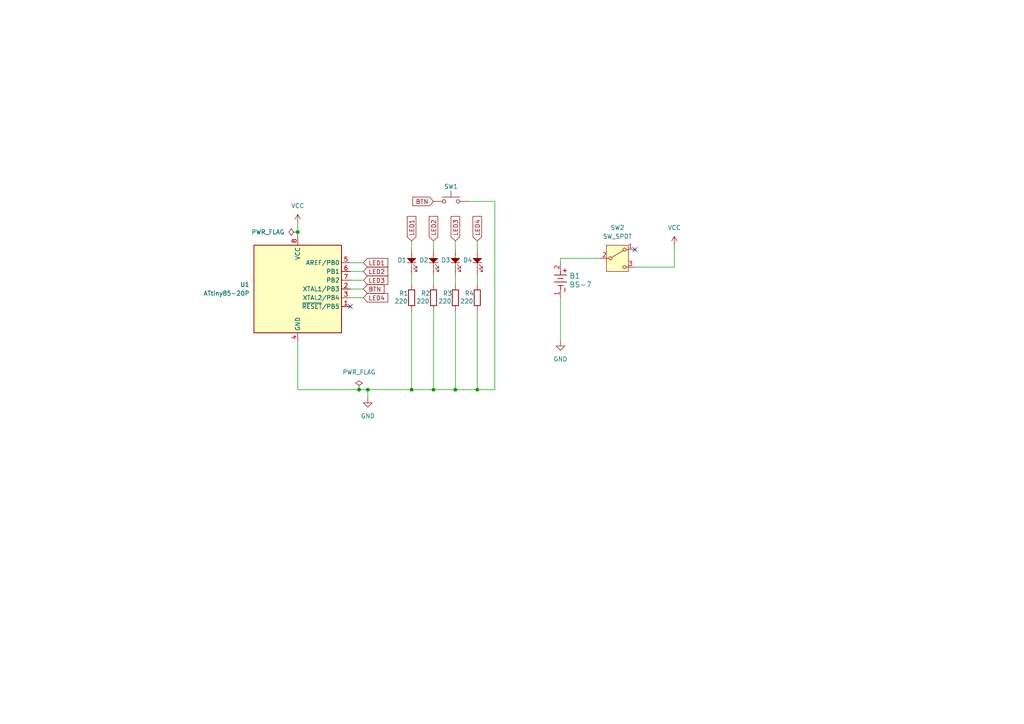
<source format=kicad_sch>
(kicad_sch
	(version 20250114)
	(generator "eeschema")
	(generator_version "9.0")
	(uuid "8dc6b86d-fb8f-4195-b734-524f850378de")
	(paper "A4")
	(title_block
		(title "Binary Dice v1")
		(date "2026-01-19")
		(rev "1.0.0")
		(company "Aiden FLynn")
	)
	(lib_symbols
		(symbol "MCU_Microchip_ATtiny:ATtiny85-20P"
			(exclude_from_sim no)
			(in_bom yes)
			(on_board yes)
			(property "Reference" "U"
				(at -12.7 13.97 0)
				(effects
					(font
						(size 1.27 1.27)
					)
					(justify left bottom)
				)
			)
			(property "Value" "ATtiny85-20P"
				(at 2.54 -13.97 0)
				(effects
					(font
						(size 1.27 1.27)
					)
					(justify left top)
				)
			)
			(property "Footprint" "Package_DIP:DIP-8_W7.62mm"
				(at 0 0 0)
				(effects
					(font
						(size 1.27 1.27)
						(italic yes)
					)
					(hide yes)
				)
			)
			(property "Datasheet" "http://ww1.microchip.com/downloads/en/DeviceDoc/atmel-2586-avr-8-bit-microcontroller-attiny25-attiny45-attiny85_datasheet.pdf"
				(at 0 0 0)
				(effects
					(font
						(size 1.27 1.27)
					)
					(hide yes)
				)
			)
			(property "Description" "20MHz, 8kB Flash, 512B SRAM, 512B EEPROM, debugWIRE, DIP-8"
				(at 0 0 0)
				(effects
					(font
						(size 1.27 1.27)
					)
					(hide yes)
				)
			)
			(property "ki_keywords" "AVR 8bit Microcontroller tinyAVR"
				(at 0 0 0)
				(effects
					(font
						(size 1.27 1.27)
					)
					(hide yes)
				)
			)
			(property "ki_fp_filters" "DIP*W7.62mm*"
				(at 0 0 0)
				(effects
					(font
						(size 1.27 1.27)
					)
					(hide yes)
				)
			)
			(symbol "ATtiny85-20P_0_1"
				(rectangle
					(start -12.7 -12.7)
					(end 12.7 12.7)
					(stroke
						(width 0.254)
						(type default)
					)
					(fill
						(type background)
					)
				)
			)
			(symbol "ATtiny85-20P_1_1"
				(pin power_in line
					(at 0 15.24 270)
					(length 2.54)
					(name "VCC"
						(effects
							(font
								(size 1.27 1.27)
							)
						)
					)
					(number "8"
						(effects
							(font
								(size 1.27 1.27)
							)
						)
					)
				)
				(pin power_in line
					(at 0 -15.24 90)
					(length 2.54)
					(name "GND"
						(effects
							(font
								(size 1.27 1.27)
							)
						)
					)
					(number "4"
						(effects
							(font
								(size 1.27 1.27)
							)
						)
					)
				)
				(pin bidirectional line
					(at 15.24 7.62 180)
					(length 2.54)
					(name "AREF/PB0"
						(effects
							(font
								(size 1.27 1.27)
							)
						)
					)
					(number "5"
						(effects
							(font
								(size 1.27 1.27)
							)
						)
					)
				)
				(pin bidirectional line
					(at 15.24 5.08 180)
					(length 2.54)
					(name "PB1"
						(effects
							(font
								(size 1.27 1.27)
							)
						)
					)
					(number "6"
						(effects
							(font
								(size 1.27 1.27)
							)
						)
					)
				)
				(pin bidirectional line
					(at 15.24 2.54 180)
					(length 2.54)
					(name "PB2"
						(effects
							(font
								(size 1.27 1.27)
							)
						)
					)
					(number "7"
						(effects
							(font
								(size 1.27 1.27)
							)
						)
					)
				)
				(pin bidirectional line
					(at 15.24 0 180)
					(length 2.54)
					(name "XTAL1/PB3"
						(effects
							(font
								(size 1.27 1.27)
							)
						)
					)
					(number "2"
						(effects
							(font
								(size 1.27 1.27)
							)
						)
					)
				)
				(pin bidirectional line
					(at 15.24 -2.54 180)
					(length 2.54)
					(name "XTAL2/PB4"
						(effects
							(font
								(size 1.27 1.27)
							)
						)
					)
					(number "3"
						(effects
							(font
								(size 1.27 1.27)
							)
						)
					)
				)
				(pin bidirectional line
					(at 15.24 -5.08 180)
					(length 2.54)
					(name "~{RESET}/PB5"
						(effects
							(font
								(size 1.27 1.27)
							)
						)
					)
					(number "1"
						(effects
							(font
								(size 1.27 1.27)
							)
						)
					)
				)
			)
			(embedded_fonts no)
		)
		(symbol "New_Library:BS-7"
			(pin_names
				(offset 0.254)
			)
			(exclude_from_sim no)
			(in_bom yes)
			(on_board yes)
			(property "Reference" "B"
				(at 4.826 3.81 0)
				(effects
					(font
						(size 1.524 1.524)
					)
				)
			)
			(property "Value" "BS-7"
				(at 4.826 -3.81 0)
				(effects
					(font
						(size 1.524 1.524)
					)
				)
			)
			(property "Footprint" "BS-7_MPD"
				(at 0 0 0)
				(effects
					(font
						(size 1.27 1.27)
						(italic yes)
					)
					(hide yes)
				)
			)
			(property "Datasheet" "BS-7"
				(at 0 0 0)
				(effects
					(font
						(size 1.27 1.27)
						(italic yes)
					)
					(hide yes)
				)
			)
			(property "Description" ""
				(at 0 0 0)
				(effects
					(font
						(size 1.27 1.27)
					)
					(hide yes)
				)
			)
			(property "ki_locked" ""
				(at 0 0 0)
				(effects
					(font
						(size 1.27 1.27)
					)
				)
			)
			(property "ki_keywords" "BS-7"
				(at 0 0 0)
				(effects
					(font
						(size 1.27 1.27)
					)
					(hide yes)
				)
			)
			(property "ki_fp_filters" "BS-7_MPD"
				(at 0 0 0)
				(effects
					(font
						(size 1.27 1.27)
					)
					(hide yes)
				)
			)
			(symbol "BS-7_0_1"
				(polyline
					(pts
						(xy 1.778 1.27) (xy 2.794 1.27)
					)
					(stroke
						(width 0.2032)
						(type default)
					)
					(fill
						(type none)
					)
				)
				(polyline
					(pts
						(xy 2.286 0.762) (xy 2.286 1.778)
					)
					(stroke
						(width 0.2032)
						(type default)
					)
					(fill
						(type none)
					)
				)
				(polyline
					(pts
						(xy 2.54 0) (xy 3.4798 0)
					)
					(stroke
						(width 0.2032)
						(type default)
					)
					(fill
						(type none)
					)
				)
				(polyline
					(pts
						(xy 3.556 -1.778) (xy 3.556 1.778)
					)
					(stroke
						(width 0.2032)
						(type default)
					)
					(fill
						(type none)
					)
				)
				(polyline
					(pts
						(xy 4.572 0.762) (xy 4.572 -0.762)
					)
					(stroke
						(width 0.2032)
						(type default)
					)
					(fill
						(type none)
					)
				)
				(polyline
					(pts
						(xy 5.588 -1.778) (xy 5.588 1.778)
					)
					(stroke
						(width 0.2032)
						(type default)
					)
					(fill
						(type none)
					)
				)
				(polyline
					(pts
						(xy 6.604 0.762) (xy 6.604 -0.762)
					)
					(stroke
						(width 0.2032)
						(type default)
					)
					(fill
						(type none)
					)
				)
				(polyline
					(pts
						(xy 6.604 0) (xy 7.62 0)
					)
					(stroke
						(width 0.2032)
						(type default)
					)
					(fill
						(type none)
					)
				)
				(polyline
					(pts
						(xy 7.366 1.27) (xy 8.382 1.27)
					)
					(stroke
						(width 0.2032)
						(type default)
					)
					(fill
						(type none)
					)
				)
				(pin unspecified line
					(at 0 0 0)
					(length 2.54)
					(name ""
						(effects
							(font
								(size 1.27 1.27)
							)
						)
					)
					(number "2"
						(effects
							(font
								(size 1.27 1.27)
							)
						)
					)
				)
				(pin unspecified line
					(at 10.16 0 180)
					(length 2.54)
					(name ""
						(effects
							(font
								(size 1.27 1.27)
							)
						)
					)
					(number "1"
						(effects
							(font
								(size 1.27 1.27)
							)
						)
					)
				)
			)
			(embedded_fonts no)
		)
		(symbol "PCM_SL_Devices:LED_5mm"
			(exclude_from_sim no)
			(in_bom yes)
			(on_board yes)
			(property "Reference" "D"
				(at -0.508 5.334 0)
				(effects
					(font
						(size 1.27 1.27)
					)
				)
			)
			(property "Value" "LED_5mm"
				(at -0.508 2.794 0)
				(effects
					(font
						(size 1.27 1.27)
					)
				)
			)
			(property "Footprint" "LED_THT:LED_D5.0mm"
				(at -1.016 -2.794 0)
				(effects
					(font
						(size 1.27 1.27)
					)
					(hide yes)
				)
			)
			(property "Datasheet" ""
				(at -1.27 0 0)
				(effects
					(font
						(size 1.27 1.27)
					)
					(hide yes)
				)
			)
			(property "Description" "Common 5mm diameter LED"
				(at 0 0 0)
				(effects
					(font
						(size 1.27 1.27)
					)
					(hide yes)
				)
			)
			(property "ki_fp_filters" "LED_D5.0mm_Clear LED_D5.0mm_Horizontal_O1.27mm_Z3.0mm LED_D5.0mm_Horizontal_O3.81mm_Z3.0mm LED_D5.0mm_Horizontal_O6.35mm_Z3.0mm"
				(at 0 0 0)
				(effects
					(font
						(size 1.27 1.27)
					)
					(hide yes)
				)
			)
			(symbol "LED_5mm_0_1"
				(polyline
					(pts
						(xy -1.27 0) (xy -2.54 0)
					)
					(stroke
						(width 0)
						(type default)
					)
					(fill
						(type none)
					)
				)
				(polyline
					(pts
						(xy 0 1.27) (xy 0 -1.27)
					)
					(stroke
						(width 0)
						(type default)
					)
					(fill
						(type none)
					)
				)
				(polyline
					(pts
						(xy 0 0) (xy -1.27 -1.27) (xy -1.27 1.27) (xy 0 0) (xy 1.27 0)
					)
					(stroke
						(width 0)
						(type default)
					)
					(fill
						(type outline)
					)
				)
				(polyline
					(pts
						(xy 0.508 0.508) (xy 1.524 1.524)
					)
					(stroke
						(width 0)
						(type default)
					)
					(fill
						(type none)
					)
				)
				(polyline
					(pts
						(xy 1.27 0) (xy 2.54 0)
					)
					(stroke
						(width 0)
						(type default)
					)
					(fill
						(type none)
					)
				)
				(polyline
					(pts
						(xy 1.524 1.524) (xy 0.889 1.524)
					)
					(stroke
						(width 0)
						(type default)
					)
					(fill
						(type none)
					)
				)
				(polyline
					(pts
						(xy 1.524 1.524) (xy 1.524 0.889)
					)
					(stroke
						(width 0)
						(type default)
					)
					(fill
						(type none)
					)
				)
				(polyline
					(pts
						(xy 1.524 0.508) (xy 2.54 1.524)
					)
					(stroke
						(width 0)
						(type default)
					)
					(fill
						(type none)
					)
				)
				(polyline
					(pts
						(xy 2.54 1.524) (xy 1.905 1.524)
					)
					(stroke
						(width 0)
						(type default)
					)
					(fill
						(type none)
					)
				)
				(polyline
					(pts
						(xy 2.54 1.524) (xy 2.54 0.889)
					)
					(stroke
						(width 0)
						(type default)
					)
					(fill
						(type none)
					)
				)
			)
			(symbol "LED_5mm_1_1"
				(pin passive line
					(at -3.81 0 0)
					(length 1.5)
					(name ""
						(effects
							(font
								(size 1.27 1.27)
							)
						)
					)
					(number "2"
						(effects
							(font
								(size 0 0)
							)
						)
					)
				)
				(pin passive line
					(at 3.81 0 180)
					(length 1.5)
					(name "~"
						(effects
							(font
								(size 1.27 1.27)
							)
						)
					)
					(number "1"
						(effects
							(font
								(size 0 0)
							)
						)
					)
				)
			)
			(embedded_fonts no)
		)
		(symbol "PCM_SL_Resistors:Resistor"
			(exclude_from_sim no)
			(in_bom yes)
			(on_board yes)
			(property "Reference" "R"
				(at 0 5.08 0)
				(effects
					(font
						(size 1.27 1.27)
					)
				)
			)
			(property "Value" "Resistor"
				(at 0 2.54 0)
				(effects
					(font
						(size 1.27 1.27)
					)
				)
			)
			(property "Footprint" "Resistor_THT:R_Axial_DIN0207_L6.3mm_D2.5mm_P10.16mm_Horizontal"
				(at 0.889 -4.318 0)
				(effects
					(font
						(size 1.27 1.27)
					)
					(hide yes)
				)
			)
			(property "Datasheet" ""
				(at 0.508 0 0)
				(effects
					(font
						(size 1.27 1.27)
					)
					(hide yes)
				)
			)
			(property "Description" "1/4W Resistor"
				(at 0 0 0)
				(effects
					(font
						(size 1.27 1.27)
					)
					(hide yes)
				)
			)
			(property "ki_keywords" "Resistor"
				(at 0 0 0)
				(effects
					(font
						(size 1.27 1.27)
					)
					(hide yes)
				)
			)
			(property "ki_fp_filters" "Resistor_THT:R_Axial_DIN0207_L6.3mm_D2.5mm*"
				(at 0 0 0)
				(effects
					(font
						(size 1.27 1.27)
					)
					(hide yes)
				)
			)
			(symbol "Resistor_0_1"
				(rectangle
					(start -2.286 0.889)
					(end 2.286 -0.889)
					(stroke
						(width 0.24)
						(type default)
					)
					(fill
						(type none)
					)
				)
			)
			(symbol "Resistor_1_1"
				(pin passive line
					(at -3.81 0 0)
					(length 1.5)
					(name ""
						(effects
							(font
								(size 1.27 1.27)
							)
						)
					)
					(number "1"
						(effects
							(font
								(size 0 0)
							)
						)
					)
				)
				(pin passive line
					(at 3.81 0 180)
					(length 1.5)
					(name "~"
						(effects
							(font
								(size 1.27 1.27)
							)
						)
					)
					(number "2"
						(effects
							(font
								(size 0 0)
							)
						)
					)
				)
			)
			(embedded_fonts no)
		)
		(symbol "Switch:SW_Push"
			(pin_numbers
				(hide yes)
			)
			(pin_names
				(offset 1.016)
				(hide yes)
			)
			(exclude_from_sim no)
			(in_bom yes)
			(on_board yes)
			(property "Reference" "SW"
				(at 1.27 2.54 0)
				(effects
					(font
						(size 1.27 1.27)
					)
					(justify left)
				)
			)
			(property "Value" "SW_Push"
				(at 0 -1.524 0)
				(effects
					(font
						(size 1.27 1.27)
					)
				)
			)
			(property "Footprint" ""
				(at 0 5.08 0)
				(effects
					(font
						(size 1.27 1.27)
					)
					(hide yes)
				)
			)
			(property "Datasheet" "~"
				(at 0 5.08 0)
				(effects
					(font
						(size 1.27 1.27)
					)
					(hide yes)
				)
			)
			(property "Description" "Push button switch, generic, two pins"
				(at 0 0 0)
				(effects
					(font
						(size 1.27 1.27)
					)
					(hide yes)
				)
			)
			(property "ki_keywords" "switch normally-open pushbutton push-button"
				(at 0 0 0)
				(effects
					(font
						(size 1.27 1.27)
					)
					(hide yes)
				)
			)
			(symbol "SW_Push_0_1"
				(circle
					(center -2.032 0)
					(radius 0.508)
					(stroke
						(width 0)
						(type default)
					)
					(fill
						(type none)
					)
				)
				(polyline
					(pts
						(xy 0 1.27) (xy 0 3.048)
					)
					(stroke
						(width 0)
						(type default)
					)
					(fill
						(type none)
					)
				)
				(circle
					(center 2.032 0)
					(radius 0.508)
					(stroke
						(width 0)
						(type default)
					)
					(fill
						(type none)
					)
				)
				(polyline
					(pts
						(xy 2.54 1.27) (xy -2.54 1.27)
					)
					(stroke
						(width 0)
						(type default)
					)
					(fill
						(type none)
					)
				)
				(pin passive line
					(at -5.08 0 0)
					(length 2.54)
					(name "1"
						(effects
							(font
								(size 1.27 1.27)
							)
						)
					)
					(number "1"
						(effects
							(font
								(size 1.27 1.27)
							)
						)
					)
				)
				(pin passive line
					(at 5.08 0 180)
					(length 2.54)
					(name "2"
						(effects
							(font
								(size 1.27 1.27)
							)
						)
					)
					(number "2"
						(effects
							(font
								(size 1.27 1.27)
							)
						)
					)
				)
			)
			(embedded_fonts no)
		)
		(symbol "Switch:SW_SPDT"
			(pin_names
				(offset 0)
				(hide yes)
			)
			(exclude_from_sim no)
			(in_bom yes)
			(on_board yes)
			(property "Reference" "SW"
				(at 0 5.08 0)
				(effects
					(font
						(size 1.27 1.27)
					)
				)
			)
			(property "Value" "SW_SPDT"
				(at 0 -5.08 0)
				(effects
					(font
						(size 1.27 1.27)
					)
				)
			)
			(property "Footprint" ""
				(at 0 0 0)
				(effects
					(font
						(size 1.27 1.27)
					)
					(hide yes)
				)
			)
			(property "Datasheet" "~"
				(at 0 -7.62 0)
				(effects
					(font
						(size 1.27 1.27)
					)
					(hide yes)
				)
			)
			(property "Description" "Switch, single pole double throw"
				(at 0 0 0)
				(effects
					(font
						(size 1.27 1.27)
					)
					(hide yes)
				)
			)
			(property "ki_keywords" "switch single-pole double-throw spdt ON-ON"
				(at 0 0 0)
				(effects
					(font
						(size 1.27 1.27)
					)
					(hide yes)
				)
			)
			(symbol "SW_SPDT_0_1"
				(circle
					(center -2.032 0)
					(radius 0.4572)
					(stroke
						(width 0)
						(type default)
					)
					(fill
						(type none)
					)
				)
				(polyline
					(pts
						(xy -1.651 0.254) (xy 1.651 2.286)
					)
					(stroke
						(width 0)
						(type default)
					)
					(fill
						(type none)
					)
				)
				(circle
					(center 2.032 2.54)
					(radius 0.4572)
					(stroke
						(width 0)
						(type default)
					)
					(fill
						(type none)
					)
				)
				(circle
					(center 2.032 -2.54)
					(radius 0.4572)
					(stroke
						(width 0)
						(type default)
					)
					(fill
						(type none)
					)
				)
			)
			(symbol "SW_SPDT_1_1"
				(rectangle
					(start -3.175 3.81)
					(end 3.175 -3.81)
					(stroke
						(width 0)
						(type default)
					)
					(fill
						(type background)
					)
				)
				(pin passive line
					(at -5.08 0 0)
					(length 2.54)
					(name "B"
						(effects
							(font
								(size 1.27 1.27)
							)
						)
					)
					(number "2"
						(effects
							(font
								(size 1.27 1.27)
							)
						)
					)
				)
				(pin passive line
					(at 5.08 2.54 180)
					(length 2.54)
					(name "A"
						(effects
							(font
								(size 1.27 1.27)
							)
						)
					)
					(number "1"
						(effects
							(font
								(size 1.27 1.27)
							)
						)
					)
				)
				(pin passive line
					(at 5.08 -2.54 180)
					(length 2.54)
					(name "C"
						(effects
							(font
								(size 1.27 1.27)
							)
						)
					)
					(number "3"
						(effects
							(font
								(size 1.27 1.27)
							)
						)
					)
				)
			)
			(embedded_fonts no)
		)
		(symbol "power:GND"
			(power)
			(pin_numbers
				(hide yes)
			)
			(pin_names
				(offset 0)
				(hide yes)
			)
			(exclude_from_sim no)
			(in_bom yes)
			(on_board yes)
			(property "Reference" "#PWR"
				(at 0 -6.35 0)
				(effects
					(font
						(size 1.27 1.27)
					)
					(hide yes)
				)
			)
			(property "Value" "GND"
				(at 0 -3.81 0)
				(effects
					(font
						(size 1.27 1.27)
					)
				)
			)
			(property "Footprint" ""
				(at 0 0 0)
				(effects
					(font
						(size 1.27 1.27)
					)
					(hide yes)
				)
			)
			(property "Datasheet" ""
				(at 0 0 0)
				(effects
					(font
						(size 1.27 1.27)
					)
					(hide yes)
				)
			)
			(property "Description" "Power symbol creates a global label with name \"GND\" , ground"
				(at 0 0 0)
				(effects
					(font
						(size 1.27 1.27)
					)
					(hide yes)
				)
			)
			(property "ki_keywords" "global power"
				(at 0 0 0)
				(effects
					(font
						(size 1.27 1.27)
					)
					(hide yes)
				)
			)
			(symbol "GND_0_1"
				(polyline
					(pts
						(xy 0 0) (xy 0 -1.27) (xy 1.27 -1.27) (xy 0 -2.54) (xy -1.27 -1.27) (xy 0 -1.27)
					)
					(stroke
						(width 0)
						(type default)
					)
					(fill
						(type none)
					)
				)
			)
			(symbol "GND_1_1"
				(pin power_in line
					(at 0 0 270)
					(length 0)
					(name "~"
						(effects
							(font
								(size 1.27 1.27)
							)
						)
					)
					(number "1"
						(effects
							(font
								(size 1.27 1.27)
							)
						)
					)
				)
			)
			(embedded_fonts no)
		)
		(symbol "power:PWR_FLAG"
			(power)
			(pin_numbers
				(hide yes)
			)
			(pin_names
				(offset 0)
				(hide yes)
			)
			(exclude_from_sim no)
			(in_bom yes)
			(on_board yes)
			(property "Reference" "#FLG"
				(at 0 1.905 0)
				(effects
					(font
						(size 1.27 1.27)
					)
					(hide yes)
				)
			)
			(property "Value" "PWR_FLAG"
				(at 0 3.81 0)
				(effects
					(font
						(size 1.27 1.27)
					)
				)
			)
			(property "Footprint" ""
				(at 0 0 0)
				(effects
					(font
						(size 1.27 1.27)
					)
					(hide yes)
				)
			)
			(property "Datasheet" "~"
				(at 0 0 0)
				(effects
					(font
						(size 1.27 1.27)
					)
					(hide yes)
				)
			)
			(property "Description" "Special symbol for telling ERC where power comes from"
				(at 0 0 0)
				(effects
					(font
						(size 1.27 1.27)
					)
					(hide yes)
				)
			)
			(property "ki_keywords" "flag power"
				(at 0 0 0)
				(effects
					(font
						(size 1.27 1.27)
					)
					(hide yes)
				)
			)
			(symbol "PWR_FLAG_0_0"
				(pin power_out line
					(at 0 0 90)
					(length 0)
					(name "~"
						(effects
							(font
								(size 1.27 1.27)
							)
						)
					)
					(number "1"
						(effects
							(font
								(size 1.27 1.27)
							)
						)
					)
				)
			)
			(symbol "PWR_FLAG_0_1"
				(polyline
					(pts
						(xy 0 0) (xy 0 1.27) (xy -1.016 1.905) (xy 0 2.54) (xy 1.016 1.905) (xy 0 1.27)
					)
					(stroke
						(width 0)
						(type default)
					)
					(fill
						(type none)
					)
				)
			)
			(embedded_fonts no)
		)
		(symbol "power:VCC"
			(power)
			(pin_numbers
				(hide yes)
			)
			(pin_names
				(offset 0)
				(hide yes)
			)
			(exclude_from_sim no)
			(in_bom yes)
			(on_board yes)
			(property "Reference" "#PWR"
				(at 0 -3.81 0)
				(effects
					(font
						(size 1.27 1.27)
					)
					(hide yes)
				)
			)
			(property "Value" "VCC"
				(at 0 3.556 0)
				(effects
					(font
						(size 1.27 1.27)
					)
				)
			)
			(property "Footprint" ""
				(at 0 0 0)
				(effects
					(font
						(size 1.27 1.27)
					)
					(hide yes)
				)
			)
			(property "Datasheet" ""
				(at 0 0 0)
				(effects
					(font
						(size 1.27 1.27)
					)
					(hide yes)
				)
			)
			(property "Description" "Power symbol creates a global label with name \"VCC\""
				(at 0 0 0)
				(effects
					(font
						(size 1.27 1.27)
					)
					(hide yes)
				)
			)
			(property "ki_keywords" "global power"
				(at 0 0 0)
				(effects
					(font
						(size 1.27 1.27)
					)
					(hide yes)
				)
			)
			(symbol "VCC_0_1"
				(polyline
					(pts
						(xy -0.762 1.27) (xy 0 2.54)
					)
					(stroke
						(width 0)
						(type default)
					)
					(fill
						(type none)
					)
				)
				(polyline
					(pts
						(xy 0 2.54) (xy 0.762 1.27)
					)
					(stroke
						(width 0)
						(type default)
					)
					(fill
						(type none)
					)
				)
				(polyline
					(pts
						(xy 0 0) (xy 0 2.54)
					)
					(stroke
						(width 0)
						(type default)
					)
					(fill
						(type none)
					)
				)
			)
			(symbol "VCC_1_1"
				(pin power_in line
					(at 0 0 90)
					(length 0)
					(name "~"
						(effects
							(font
								(size 1.27 1.27)
							)
						)
					)
					(number "1"
						(effects
							(font
								(size 1.27 1.27)
							)
						)
					)
				)
			)
			(embedded_fonts no)
		)
	)
	(junction
		(at 132.08 113.03)
		(diameter 0)
		(color 0 0 0 0)
		(uuid "1ed21392-a740-4f00-9c05-931de26ef434")
	)
	(junction
		(at 125.73 113.03)
		(diameter 0)
		(color 0 0 0 0)
		(uuid "20c47e4a-e38b-491b-9fe2-436b75d6aed4")
	)
	(junction
		(at 104.14 113.03)
		(diameter 0)
		(color 0 0 0 0)
		(uuid "249223eb-4b4f-41eb-b926-9d2e2e6f63a3")
	)
	(junction
		(at 119.38 113.03)
		(diameter 0)
		(color 0 0 0 0)
		(uuid "297b07cb-9809-4956-a286-580f72330d45")
	)
	(junction
		(at 106.68 113.03)
		(diameter 0)
		(color 0 0 0 0)
		(uuid "3cba0400-2411-43b3-b421-57d88437e53e")
	)
	(junction
		(at 138.43 113.03)
		(diameter 0)
		(color 0 0 0 0)
		(uuid "dd26b4c5-597e-4b6e-8252-5ed6c3352243")
	)
	(junction
		(at 86.36 67.31)
		(diameter 0)
		(color 0 0 0 0)
		(uuid "ef208a34-e293-4ae5-a2fa-f9a070d7069f")
	)
	(no_connect
		(at 184.15 72.39)
		(uuid "2e862c93-783f-42ae-8332-40fc73129eae")
	)
	(no_connect
		(at 101.6 88.9)
		(uuid "870b48ec-e6a1-47a6-9a07-f7bace7253d2")
	)
	(wire
		(pts
			(xy 138.43 80.01) (xy 138.43 82.55)
		)
		(stroke
			(width 0)
			(type default)
		)
		(uuid "0a9d2c91-fd05-4486-9079-3ab8fa1c9cab")
	)
	(wire
		(pts
			(xy 101.6 81.28) (xy 105.41 81.28)
		)
		(stroke
			(width 0)
			(type default)
		)
		(uuid "0fb6a71a-4e8a-4901-9b88-d1082a3294da")
	)
	(wire
		(pts
			(xy 119.38 69.85) (xy 119.38 72.39)
		)
		(stroke
			(width 0)
			(type default)
		)
		(uuid "1bf538f8-d71c-40f3-8a2c-3a1e723211be")
	)
	(wire
		(pts
			(xy 125.73 69.85) (xy 125.73 72.39)
		)
		(stroke
			(width 0)
			(type default)
		)
		(uuid "1e43af27-af90-4e75-906c-d54c28c9502e")
	)
	(wire
		(pts
			(xy 101.6 83.82) (xy 105.41 83.82)
		)
		(stroke
			(width 0)
			(type default)
		)
		(uuid "21511a61-deac-4ce8-9664-482ab864bab3")
	)
	(wire
		(pts
			(xy 132.08 113.03) (xy 138.43 113.03)
		)
		(stroke
			(width 0)
			(type default)
		)
		(uuid "24a9a14f-fa9a-4518-8dc7-f68038f8b18a")
	)
	(wire
		(pts
			(xy 138.43 90.17) (xy 138.43 113.03)
		)
		(stroke
			(width 0)
			(type default)
		)
		(uuid "2f39d10f-8c29-4ce1-a479-1e7b2962edff")
	)
	(wire
		(pts
			(xy 143.51 58.42) (xy 143.51 113.03)
		)
		(stroke
			(width 0)
			(type default)
		)
		(uuid "31940318-e9c5-4872-b1e4-b284d8b74227")
	)
	(wire
		(pts
			(xy 86.36 64.77) (xy 86.36 67.31)
		)
		(stroke
			(width 0)
			(type default)
		)
		(uuid "389e2bf7-8648-429b-bbce-b5199729d5b6")
	)
	(wire
		(pts
			(xy 184.15 77.47) (xy 195.58 77.47)
		)
		(stroke
			(width 0)
			(type default)
		)
		(uuid "3b43114f-5c65-4861-a10b-dc4c82147b9c")
	)
	(wire
		(pts
			(xy 101.6 76.2) (xy 105.41 76.2)
		)
		(stroke
			(width 0)
			(type default)
		)
		(uuid "3c8f12c4-ddf8-461b-873f-5edf7633d5a7")
	)
	(wire
		(pts
			(xy 86.36 99.06) (xy 86.36 113.03)
		)
		(stroke
			(width 0)
			(type default)
		)
		(uuid "43637f7a-d7c6-4edb-a19a-6abf8a702245")
	)
	(wire
		(pts
			(xy 162.56 74.93) (xy 173.99 74.93)
		)
		(stroke
			(width 0)
			(type default)
		)
		(uuid "4676b2ef-81b9-49f3-a235-c3becac1bceb")
	)
	(wire
		(pts
			(xy 135.89 58.42) (xy 143.51 58.42)
		)
		(stroke
			(width 0)
			(type default)
		)
		(uuid "47402ebc-00b3-4c95-a3f7-7b7ba9cdd7b7")
	)
	(wire
		(pts
			(xy 125.73 113.03) (xy 132.08 113.03)
		)
		(stroke
			(width 0)
			(type default)
		)
		(uuid "4c5901a0-2632-4fdf-9c63-3c3050ddf316")
	)
	(wire
		(pts
			(xy 138.43 69.85) (xy 138.43 72.39)
		)
		(stroke
			(width 0)
			(type default)
		)
		(uuid "55f6e175-0ab5-40be-9a22-56beb10db853")
	)
	(wire
		(pts
			(xy 119.38 80.01) (xy 119.38 82.55)
		)
		(stroke
			(width 0)
			(type default)
		)
		(uuid "69914d26-31e7-45ee-bdd0-e9b48b77005b")
	)
	(wire
		(pts
			(xy 101.6 78.74) (xy 105.41 78.74)
		)
		(stroke
			(width 0)
			(type default)
		)
		(uuid "6afb69fa-de8f-44b5-8964-6f8e6b8d849a")
	)
	(wire
		(pts
			(xy 195.58 71.12) (xy 195.58 77.47)
		)
		(stroke
			(width 0)
			(type default)
		)
		(uuid "6b0f4ff5-61a2-4461-9336-0a70dd6fd450")
	)
	(wire
		(pts
			(xy 86.36 113.03) (xy 104.14 113.03)
		)
		(stroke
			(width 0)
			(type default)
		)
		(uuid "6f71f6dc-203e-44d4-a583-715c3d178edb")
	)
	(wire
		(pts
			(xy 125.73 80.01) (xy 125.73 82.55)
		)
		(stroke
			(width 0)
			(type default)
		)
		(uuid "7061e45d-37ce-4057-a451-94e691303d21")
	)
	(wire
		(pts
			(xy 106.68 115.57) (xy 106.68 113.03)
		)
		(stroke
			(width 0)
			(type default)
		)
		(uuid "72c19424-cdf1-4721-a534-c03a855209da")
	)
	(wire
		(pts
			(xy 162.56 86.36) (xy 162.56 99.06)
		)
		(stroke
			(width 0)
			(type default)
		)
		(uuid "82474828-bb5e-4a74-a56d-4a533b615761")
	)
	(wire
		(pts
			(xy 104.14 113.03) (xy 106.68 113.03)
		)
		(stroke
			(width 0)
			(type default)
		)
		(uuid "824948b1-91c7-4957-b6fa-5080d4c82eb4")
	)
	(wire
		(pts
			(xy 162.56 76.2) (xy 162.56 74.93)
		)
		(stroke
			(width 0)
			(type default)
		)
		(uuid "94836ccf-3b67-461d-a548-6d1387810341")
	)
	(wire
		(pts
			(xy 132.08 90.17) (xy 132.08 113.03)
		)
		(stroke
			(width 0)
			(type default)
		)
		(uuid "95e93e5a-93c9-4615-b3b4-dc35c2714a85")
	)
	(wire
		(pts
			(xy 132.08 80.01) (xy 132.08 82.55)
		)
		(stroke
			(width 0)
			(type default)
		)
		(uuid "9b8efc6b-c998-4f51-91c7-5a9a19792298")
	)
	(wire
		(pts
			(xy 132.08 69.85) (xy 132.08 72.39)
		)
		(stroke
			(width 0)
			(type default)
		)
		(uuid "9d5ffa42-660a-4c4a-b451-402455eec4d3")
	)
	(wire
		(pts
			(xy 101.6 86.36) (xy 105.41 86.36)
		)
		(stroke
			(width 0)
			(type default)
		)
		(uuid "b0b850fd-edba-4b87-bb0c-bb27d3a792ed")
	)
	(wire
		(pts
			(xy 138.43 113.03) (xy 143.51 113.03)
		)
		(stroke
			(width 0)
			(type default)
		)
		(uuid "c0a15fb4-e52a-4528-9d15-7b61e57e189b")
	)
	(wire
		(pts
			(xy 106.68 113.03) (xy 119.38 113.03)
		)
		(stroke
			(width 0)
			(type default)
		)
		(uuid "d425dd05-3de2-4232-bc36-e52694ea856e")
	)
	(wire
		(pts
			(xy 125.73 90.17) (xy 125.73 113.03)
		)
		(stroke
			(width 0)
			(type default)
		)
		(uuid "d7e68c6b-3dd3-4d9b-b7ad-40d10cb08144")
	)
	(wire
		(pts
			(xy 119.38 113.03) (xy 125.73 113.03)
		)
		(stroke
			(width 0)
			(type default)
		)
		(uuid "d91d98b7-fe5a-4d4f-9f14-b8a808c0ba72")
	)
	(wire
		(pts
			(xy 119.38 90.17) (xy 119.38 113.03)
		)
		(stroke
			(width 0)
			(type default)
		)
		(uuid "e3e81b79-4adc-4795-aba0-0755c343891d")
	)
	(wire
		(pts
			(xy 86.36 67.31) (xy 86.36 68.58)
		)
		(stroke
			(width 0)
			(type default)
		)
		(uuid "ec1f728d-fbb6-4b99-b506-ca895f0ab1b1")
	)
	(global_label "LED3"
		(shape input)
		(at 132.08 69.85 90)
		(fields_autoplaced yes)
		(effects
			(font
				(size 1.27 1.27)
			)
			(justify left)
		)
		(uuid "194f3469-017d-477c-a38f-e2a380b3a4d3")
		(property "Intersheetrefs" "${INTERSHEET_REFS}"
			(at 132.08 62.2082 90)
			(effects
				(font
					(size 1.27 1.27)
				)
				(justify left)
				(hide yes)
			)
		)
	)
	(global_label "LED1"
		(shape input)
		(at 119.38 69.85 90)
		(fields_autoplaced yes)
		(effects
			(font
				(size 1.27 1.27)
			)
			(justify left)
		)
		(uuid "3fc33ad9-7f43-496a-af87-d17825cd4843")
		(property "Intersheetrefs" "${INTERSHEET_REFS}"
			(at 119.38 62.2082 90)
			(effects
				(font
					(size 1.27 1.27)
				)
				(justify left)
				(hide yes)
			)
		)
	)
	(global_label "LED2"
		(shape input)
		(at 125.73 69.85 90)
		(fields_autoplaced yes)
		(effects
			(font
				(size 1.27 1.27)
			)
			(justify left)
		)
		(uuid "4ec4f85a-dc57-4ae4-87fc-7370e2d8b885")
		(property "Intersheetrefs" "${INTERSHEET_REFS}"
			(at 125.73 62.2082 90)
			(effects
				(font
					(size 1.27 1.27)
				)
				(justify left)
				(hide yes)
			)
		)
	)
	(global_label "LED4"
		(shape input)
		(at 105.41 86.36 0)
		(fields_autoplaced yes)
		(effects
			(font
				(size 1.27 1.27)
			)
			(justify left)
		)
		(uuid "5b203747-4ccb-40c4-a2e7-3695815450e0")
		(property "Intersheetrefs" "${INTERSHEET_REFS}"
			(at 113.0518 86.36 0)
			(effects
				(font
					(size 1.27 1.27)
				)
				(justify left)
				(hide yes)
			)
		)
	)
	(global_label "BTN"
		(shape input)
		(at 105.41 83.82 0)
		(fields_autoplaced yes)
		(effects
			(font
				(size 1.27 1.27)
			)
			(justify left)
		)
		(uuid "77d0c02d-a507-42b4-87d2-20d00120e836")
		(property "Intersheetrefs" "${INTERSHEET_REFS}"
			(at 111.9633 83.82 0)
			(effects
				(font
					(size 1.27 1.27)
				)
				(justify left)
				(hide yes)
			)
		)
	)
	(global_label "LED3"
		(shape input)
		(at 105.41 81.28 0)
		(fields_autoplaced yes)
		(effects
			(font
				(size 1.27 1.27)
			)
			(justify left)
		)
		(uuid "786e23a8-68ad-4614-b82f-e150207179b5")
		(property "Intersheetrefs" "${INTERSHEET_REFS}"
			(at 113.0518 81.28 0)
			(effects
				(font
					(size 1.27 1.27)
				)
				(justify left)
				(hide yes)
			)
		)
	)
	(global_label "LED2"
		(shape input)
		(at 105.41 78.74 0)
		(fields_autoplaced yes)
		(effects
			(font
				(size 1.27 1.27)
			)
			(justify left)
		)
		(uuid "86916364-be3e-4b41-b2ad-429577df128a")
		(property "Intersheetrefs" "${INTERSHEET_REFS}"
			(at 113.0518 78.74 0)
			(effects
				(font
					(size 1.27 1.27)
				)
				(justify left)
				(hide yes)
			)
		)
	)
	(global_label "BTN"
		(shape input)
		(at 125.73 58.42 180)
		(fields_autoplaced yes)
		(effects
			(font
				(size 1.27 1.27)
			)
			(justify right)
		)
		(uuid "88f9f2af-93bd-4adf-b4fc-e9f2bf404978")
		(property "Intersheetrefs" "${INTERSHEET_REFS}"
			(at 119.1767 58.42 0)
			(effects
				(font
					(size 1.27 1.27)
				)
				(justify right)
				(hide yes)
			)
		)
	)
	(global_label "LED4"
		(shape input)
		(at 138.43 69.85 90)
		(fields_autoplaced yes)
		(effects
			(font
				(size 1.27 1.27)
			)
			(justify left)
		)
		(uuid "8fed23d0-c532-4fd6-b265-f47dbe85ebf2")
		(property "Intersheetrefs" "${INTERSHEET_REFS}"
			(at 138.43 62.2082 90)
			(effects
				(font
					(size 1.27 1.27)
				)
				(justify left)
				(hide yes)
			)
		)
	)
	(global_label "LED1"
		(shape input)
		(at 105.41 76.2 0)
		(fields_autoplaced yes)
		(effects
			(font
				(size 1.27 1.27)
			)
			(justify left)
		)
		(uuid "9ac9b23c-336f-403e-9e78-675c8f87d67e")
		(property "Intersheetrefs" "${INTERSHEET_REFS}"
			(at 113.0518 76.2 0)
			(effects
				(font
					(size 1.27 1.27)
				)
				(justify left)
				(hide yes)
			)
		)
	)
	(symbol
		(lib_id "PCM_SL_Resistors:Resistor")
		(at 119.38 86.36 270)
		(unit 1)
		(exclude_from_sim no)
		(in_bom yes)
		(on_board yes)
		(dnp no)
		(uuid "193986aa-9b67-4018-8589-ab24163c2eee")
		(property "Reference" "R1"
			(at 117.094 85.09 90)
			(effects
				(font
					(size 1.27 1.27)
				)
			)
		)
		(property "Value" "220"
			(at 116.332 87.376 90)
			(effects
				(font
					(size 1.27 1.27)
				)
			)
		)
		(property "Footprint" "Resistor_THT:R_Axial_DIN0207_L6.3mm_D2.5mm_P10.16mm_Horizontal"
			(at 115.062 87.249 0)
			(effects
				(font
					(size 1.27 1.27)
				)
				(hide yes)
			)
		)
		(property "Datasheet" ""
			(at 119.38 86.868 0)
			(effects
				(font
					(size 1.27 1.27)
				)
				(hide yes)
			)
		)
		(property "Description" "1/4W Resistor"
			(at 119.38 86.36 0)
			(effects
				(font
					(size 1.27 1.27)
				)
				(hide yes)
			)
		)
		(pin "2"
			(uuid "5abdcf9e-4338-41a9-a916-ed5a1a5cc23f")
		)
		(pin "1"
			(uuid "b4b4c7e4-1b91-4c7f-87d2-7d80b08c4bae")
		)
		(instances
			(project "attiny_dice_final"
				(path "/8dc6b86d-fb8f-4195-b734-524f850378de"
					(reference "R1")
					(unit 1)
				)
			)
		)
	)
	(symbol
		(lib_id "power:VCC")
		(at 195.58 71.12 0)
		(unit 1)
		(exclude_from_sim no)
		(in_bom yes)
		(on_board yes)
		(dnp no)
		(fields_autoplaced yes)
		(uuid "3b2aabd4-2b23-4c27-b061-5bcf789a6581")
		(property "Reference" "#PWR04"
			(at 195.58 74.93 0)
			(effects
				(font
					(size 1.27 1.27)
				)
				(hide yes)
			)
		)
		(property "Value" "VCC"
			(at 195.58 66.04 0)
			(effects
				(font
					(size 1.27 1.27)
				)
			)
		)
		(property "Footprint" ""
			(at 195.58 71.12 0)
			(effects
				(font
					(size 1.27 1.27)
				)
				(hide yes)
			)
		)
		(property "Datasheet" ""
			(at 195.58 71.12 0)
			(effects
				(font
					(size 1.27 1.27)
				)
				(hide yes)
			)
		)
		(property "Description" "Power symbol creates a global label with name \"VCC\""
			(at 195.58 71.12 0)
			(effects
				(font
					(size 1.27 1.27)
				)
				(hide yes)
			)
		)
		(pin "1"
			(uuid "0620e23f-7a6a-4231-b42a-bdd7156e23b8")
		)
		(instances
			(project "attiny_dice_final"
				(path "/8dc6b86d-fb8f-4195-b734-524f850378de"
					(reference "#PWR04")
					(unit 1)
				)
			)
		)
	)
	(symbol
		(lib_id "power:GND")
		(at 106.68 115.57 0)
		(unit 1)
		(exclude_from_sim no)
		(in_bom yes)
		(on_board yes)
		(dnp no)
		(fields_autoplaced yes)
		(uuid "40fcc2e7-b05b-41af-b0a2-eaa934c4915e")
		(property "Reference" "#PWR01"
			(at 106.68 121.92 0)
			(effects
				(font
					(size 1.27 1.27)
				)
				(hide yes)
			)
		)
		(property "Value" "GND"
			(at 106.68 120.65 0)
			(effects
				(font
					(size 1.27 1.27)
				)
			)
		)
		(property "Footprint" ""
			(at 106.68 115.57 0)
			(effects
				(font
					(size 1.27 1.27)
				)
				(hide yes)
			)
		)
		(property "Datasheet" ""
			(at 106.68 115.57 0)
			(effects
				(font
					(size 1.27 1.27)
				)
				(hide yes)
			)
		)
		(property "Description" "Power symbol creates a global label with name \"GND\" , ground"
			(at 106.68 115.57 0)
			(effects
				(font
					(size 1.27 1.27)
				)
				(hide yes)
			)
		)
		(pin "1"
			(uuid "154a6fbb-72e4-4b3d-8a9e-58186c6d016f")
		)
		(instances
			(project ""
				(path "/8dc6b86d-fb8f-4195-b734-524f850378de"
					(reference "#PWR01")
					(unit 1)
				)
			)
		)
	)
	(symbol
		(lib_id "power:PWR_FLAG")
		(at 86.36 67.31 90)
		(unit 1)
		(exclude_from_sim no)
		(in_bom yes)
		(on_board yes)
		(dnp no)
		(fields_autoplaced yes)
		(uuid "4507efb7-eaa4-416b-a53a-0797056a4035")
		(property "Reference" "#FLG02"
			(at 84.455 67.31 0)
			(effects
				(font
					(size 1.27 1.27)
				)
				(hide yes)
			)
		)
		(property "Value" "PWR_FLAG"
			(at 82.55 67.3099 90)
			(effects
				(font
					(size 1.27 1.27)
				)
				(justify left)
			)
		)
		(property "Footprint" ""
			(at 86.36 67.31 0)
			(effects
				(font
					(size 1.27 1.27)
				)
				(hide yes)
			)
		)
		(property "Datasheet" "~"
			(at 86.36 67.31 0)
			(effects
				(font
					(size 1.27 1.27)
				)
				(hide yes)
			)
		)
		(property "Description" "Special symbol for telling ERC where power comes from"
			(at 86.36 67.31 0)
			(effects
				(font
					(size 1.27 1.27)
				)
				(hide yes)
			)
		)
		(pin "1"
			(uuid "99476a2e-5f0e-4ce8-99cf-b9dbabf48e6a")
		)
		(instances
			(project "attiny_dice_final"
				(path "/8dc6b86d-fb8f-4195-b734-524f850378de"
					(reference "#FLG02")
					(unit 1)
				)
			)
		)
	)
	(symbol
		(lib_id "PCM_SL_Devices:LED_5mm")
		(at 132.08 76.2 270)
		(unit 1)
		(exclude_from_sim no)
		(in_bom yes)
		(on_board yes)
		(dnp no)
		(uuid "4e6f04fd-7607-4309-9824-b0ea5b70c38b")
		(property "Reference" "D3"
			(at 129.286 75.438 90)
			(effects
				(font
					(size 1.27 1.27)
				)
			)
		)
		(property "Value" "LED_5mm"
			(at 135.89 76.2 0)
			(effects
				(font
					(size 1.27 1.27)
				)
				(hide yes)
			)
		)
		(property "Footprint" "LED_THT:LED_D5.0mm"
			(at 129.286 75.184 0)
			(effects
				(font
					(size 1.27 1.27)
				)
				(hide yes)
			)
		)
		(property "Datasheet" ""
			(at 132.08 74.93 0)
			(effects
				(font
					(size 1.27 1.27)
				)
				(hide yes)
			)
		)
		(property "Description" "Common 5mm diameter LED"
			(at 132.08 76.2 0)
			(effects
				(font
					(size 1.27 1.27)
				)
				(hide yes)
			)
		)
		(pin "1"
			(uuid "b13f28f4-9845-4547-b0a4-3d3958d78abb")
		)
		(pin "2"
			(uuid "b7f71058-6b6c-42d5-938c-857c2ec56eca")
		)
		(instances
			(project "attiny_dice_final"
				(path "/8dc6b86d-fb8f-4195-b734-524f850378de"
					(reference "D3")
					(unit 1)
				)
			)
		)
	)
	(symbol
		(lib_id "PCM_SL_Devices:LED_5mm")
		(at 119.38 76.2 270)
		(unit 1)
		(exclude_from_sim no)
		(in_bom yes)
		(on_board yes)
		(dnp no)
		(uuid "6c89878d-4308-4b32-9f30-fcf1ec1cf27f")
		(property "Reference" "D1"
			(at 116.586 75.438 90)
			(effects
				(font
					(size 1.27 1.27)
				)
			)
		)
		(property "Value" "LED_5mm"
			(at 123.19 76.2 0)
			(effects
				(font
					(size 1.27 1.27)
				)
				(hide yes)
			)
		)
		(property "Footprint" "LED_THT:LED_D5.0mm"
			(at 116.586 75.184 0)
			(effects
				(font
					(size 1.27 1.27)
				)
				(hide yes)
			)
		)
		(property "Datasheet" ""
			(at 119.38 74.93 0)
			(effects
				(font
					(size 1.27 1.27)
				)
				(hide yes)
			)
		)
		(property "Description" "Common 5mm diameter LED"
			(at 119.38 76.2 0)
			(effects
				(font
					(size 1.27 1.27)
				)
				(hide yes)
			)
		)
		(pin "1"
			(uuid "22e1eeb7-e3ff-4a44-b2b9-f82ec0904b03")
		)
		(pin "2"
			(uuid "4ecf0b81-9f32-47fd-94af-fb83abf5d5ce")
		)
		(instances
			(project "attiny_dice_final"
				(path "/8dc6b86d-fb8f-4195-b734-524f850378de"
					(reference "D1")
					(unit 1)
				)
			)
		)
	)
	(symbol
		(lib_id "PCM_SL_Resistors:Resistor")
		(at 132.08 86.36 270)
		(unit 1)
		(exclude_from_sim no)
		(in_bom yes)
		(on_board yes)
		(dnp no)
		(uuid "6d9c056e-29fc-4794-89c0-f8ecb1f8e370")
		(property "Reference" "R3"
			(at 129.794 85.09 90)
			(effects
				(font
					(size 1.27 1.27)
				)
			)
		)
		(property "Value" "220"
			(at 129.032 87.376 90)
			(effects
				(font
					(size 1.27 1.27)
				)
			)
		)
		(property "Footprint" "Resistor_THT:R_Axial_DIN0207_L6.3mm_D2.5mm_P10.16mm_Horizontal"
			(at 127.762 87.249 0)
			(effects
				(font
					(size 1.27 1.27)
				)
				(hide yes)
			)
		)
		(property "Datasheet" ""
			(at 132.08 86.868 0)
			(effects
				(font
					(size 1.27 1.27)
				)
				(hide yes)
			)
		)
		(property "Description" "1/4W Resistor"
			(at 132.08 86.36 0)
			(effects
				(font
					(size 1.27 1.27)
				)
				(hide yes)
			)
		)
		(pin "2"
			(uuid "0089f7d6-09c1-485e-a3b5-286d43d58f0e")
		)
		(pin "1"
			(uuid "10891c50-4f9b-46ff-965b-8fc1bcfe95b8")
		)
		(instances
			(project "attiny_dice_final"
				(path "/8dc6b86d-fb8f-4195-b734-524f850378de"
					(reference "R3")
					(unit 1)
				)
			)
		)
	)
	(symbol
		(lib_id "power:GND")
		(at 162.56 99.06 0)
		(unit 1)
		(exclude_from_sim no)
		(in_bom yes)
		(on_board yes)
		(dnp no)
		(fields_autoplaced yes)
		(uuid "6dc2b7ff-e60b-45ef-bf48-a18208a9c4f3")
		(property "Reference" "#PWR03"
			(at 162.56 105.41 0)
			(effects
				(font
					(size 1.27 1.27)
				)
				(hide yes)
			)
		)
		(property "Value" "GND"
			(at 162.56 104.14 0)
			(effects
				(font
					(size 1.27 1.27)
				)
			)
		)
		(property "Footprint" ""
			(at 162.56 99.06 0)
			(effects
				(font
					(size 1.27 1.27)
				)
				(hide yes)
			)
		)
		(property "Datasheet" ""
			(at 162.56 99.06 0)
			(effects
				(font
					(size 1.27 1.27)
				)
				(hide yes)
			)
		)
		(property "Description" "Power symbol creates a global label with name \"GND\" , ground"
			(at 162.56 99.06 0)
			(effects
				(font
					(size 1.27 1.27)
				)
				(hide yes)
			)
		)
		(pin "1"
			(uuid "42c20a24-47d9-4205-836b-bb789c3152eb")
		)
		(instances
			(project "attiny_dice_final"
				(path "/8dc6b86d-fb8f-4195-b734-524f850378de"
					(reference "#PWR03")
					(unit 1)
				)
			)
		)
	)
	(symbol
		(lib_id "PCM_SL_Resistors:Resistor")
		(at 138.43 86.36 270)
		(unit 1)
		(exclude_from_sim no)
		(in_bom yes)
		(on_board yes)
		(dnp no)
		(uuid "7437f41a-3398-4d90-98cc-7b7ff4456323")
		(property "Reference" "R4"
			(at 136.144 85.09 90)
			(effects
				(font
					(size 1.27 1.27)
				)
			)
		)
		(property "Value" "220"
			(at 135.382 87.376 90)
			(effects
				(font
					(size 1.27 1.27)
				)
			)
		)
		(property "Footprint" "Resistor_THT:R_Axial_DIN0207_L6.3mm_D2.5mm_P10.16mm_Horizontal"
			(at 134.112 87.249 0)
			(effects
				(font
					(size 1.27 1.27)
				)
				(hide yes)
			)
		)
		(property "Datasheet" ""
			(at 138.43 86.868 0)
			(effects
				(font
					(size 1.27 1.27)
				)
				(hide yes)
			)
		)
		(property "Description" "1/4W Resistor"
			(at 138.43 86.36 0)
			(effects
				(font
					(size 1.27 1.27)
				)
				(hide yes)
			)
		)
		(pin "2"
			(uuid "c45ff584-31da-4a45-a55a-9e2b3dfcd56e")
		)
		(pin "1"
			(uuid "e6f59a05-3439-48ea-9be5-0f62f0b00ddb")
		)
		(instances
			(project "attiny_dice_final"
				(path "/8dc6b86d-fb8f-4195-b734-524f850378de"
					(reference "R4")
					(unit 1)
				)
			)
		)
	)
	(symbol
		(lib_id "power:VCC")
		(at 86.36 64.77 0)
		(unit 1)
		(exclude_from_sim no)
		(in_bom yes)
		(on_board yes)
		(dnp no)
		(fields_autoplaced yes)
		(uuid "893e51e7-2d80-4a0a-9fdd-70d46b766f66")
		(property "Reference" "#PWR02"
			(at 86.36 68.58 0)
			(effects
				(font
					(size 1.27 1.27)
				)
				(hide yes)
			)
		)
		(property "Value" "VCC"
			(at 86.36 59.69 0)
			(effects
				(font
					(size 1.27 1.27)
				)
			)
		)
		(property "Footprint" ""
			(at 86.36 64.77 0)
			(effects
				(font
					(size 1.27 1.27)
				)
				(hide yes)
			)
		)
		(property "Datasheet" ""
			(at 86.36 64.77 0)
			(effects
				(font
					(size 1.27 1.27)
				)
				(hide yes)
			)
		)
		(property "Description" "Power symbol creates a global label with name \"VCC\""
			(at 86.36 64.77 0)
			(effects
				(font
					(size 1.27 1.27)
				)
				(hide yes)
			)
		)
		(pin "1"
			(uuid "cf0c9d86-bbd8-4732-9393-6d475354ced0")
		)
		(instances
			(project ""
				(path "/8dc6b86d-fb8f-4195-b734-524f850378de"
					(reference "#PWR02")
					(unit 1)
				)
			)
		)
	)
	(symbol
		(lib_id "PCM_SL_Devices:LED_5mm")
		(at 125.73 76.2 270)
		(unit 1)
		(exclude_from_sim no)
		(in_bom yes)
		(on_board yes)
		(dnp no)
		(uuid "8fc6886f-d593-4ee0-8ac8-5d26e78e4db1")
		(property "Reference" "D2"
			(at 122.936 75.438 90)
			(effects
				(font
					(size 1.27 1.27)
				)
			)
		)
		(property "Value" "LED_5mm"
			(at 129.54 76.2 0)
			(effects
				(font
					(size 1.27 1.27)
				)
				(hide yes)
			)
		)
		(property "Footprint" "LED_THT:LED_D5.0mm"
			(at 122.936 75.184 0)
			(effects
				(font
					(size 1.27 1.27)
				)
				(hide yes)
			)
		)
		(property "Datasheet" ""
			(at 125.73 74.93 0)
			(effects
				(font
					(size 1.27 1.27)
				)
				(hide yes)
			)
		)
		(property "Description" "Common 5mm diameter LED"
			(at 125.73 76.2 0)
			(effects
				(font
					(size 1.27 1.27)
				)
				(hide yes)
			)
		)
		(pin "1"
			(uuid "b0706030-daf4-4bd6-9aa2-0e89e1c1e1e2")
		)
		(pin "2"
			(uuid "4e3a3b73-6253-407e-8f56-f5d2db42f237")
		)
		(instances
			(project "attiny_dice_final"
				(path "/8dc6b86d-fb8f-4195-b734-524f850378de"
					(reference "D2")
					(unit 1)
				)
			)
		)
	)
	(symbol
		(lib_id "Switch:SW_SPDT")
		(at 179.07 74.93 0)
		(unit 1)
		(exclude_from_sim no)
		(in_bom yes)
		(on_board yes)
		(dnp no)
		(fields_autoplaced yes)
		(uuid "9cf085b1-740f-4b9c-99cf-7abd05ce8a41")
		(property "Reference" "SW2"
			(at 179.07 66.04 0)
			(effects
				(font
					(size 1.27 1.27)
				)
			)
		)
		(property "Value" "SW_SPDT"
			(at 179.07 68.58 0)
			(effects
				(font
					(size 1.27 1.27)
				)
			)
		)
		(property "Footprint" "Library:right angle switch"
			(at 179.07 74.93 0)
			(effects
				(font
					(size 1.27 1.27)
				)
				(hide yes)
			)
		)
		(property "Datasheet" "~"
			(at 179.07 82.55 0)
			(effects
				(font
					(size 1.27 1.27)
				)
				(hide yes)
			)
		)
		(property "Description" "Switch, single pole double throw"
			(at 179.07 74.93 0)
			(effects
				(font
					(size 1.27 1.27)
				)
				(hide yes)
			)
		)
		(pin "2"
			(uuid "94db3109-9f79-456b-957f-0b2257dda9d8")
		)
		(pin "3"
			(uuid "2b50b664-910a-400c-ac58-c9b2327776a9")
		)
		(pin "1"
			(uuid "88326638-0d9e-4a8e-939e-2fefa2666f7f")
		)
		(instances
			(project "attiny_dice_final"
				(path "/8dc6b86d-fb8f-4195-b734-524f850378de"
					(reference "SW2")
					(unit 1)
				)
			)
		)
	)
	(symbol
		(lib_id "PCM_SL_Devices:LED_5mm")
		(at 138.43 76.2 270)
		(unit 1)
		(exclude_from_sim no)
		(in_bom yes)
		(on_board yes)
		(dnp no)
		(uuid "a5918836-2e7a-4beb-97e6-c04877efd6d0")
		(property "Reference" "D4"
			(at 135.636 75.438 90)
			(effects
				(font
					(size 1.27 1.27)
				)
			)
		)
		(property "Value" "LED_5mm"
			(at 142.24 76.2 0)
			(effects
				(font
					(size 1.27 1.27)
				)
				(hide yes)
			)
		)
		(property "Footprint" "LED_THT:LED_D5.0mm"
			(at 135.636 75.184 0)
			(effects
				(font
					(size 1.27 1.27)
				)
				(hide yes)
			)
		)
		(property "Datasheet" ""
			(at 138.43 74.93 0)
			(effects
				(font
					(size 1.27 1.27)
				)
				(hide yes)
			)
		)
		(property "Description" "Common 5mm diameter LED"
			(at 138.43 76.2 0)
			(effects
				(font
					(size 1.27 1.27)
				)
				(hide yes)
			)
		)
		(pin "1"
			(uuid "646aea12-309d-4e99-8064-7a18e606a0d3")
		)
		(pin "2"
			(uuid "75f1e200-4d9e-4251-80cf-5586f0b95051")
		)
		(instances
			(project "attiny_dice_final"
				(path "/8dc6b86d-fb8f-4195-b734-524f850378de"
					(reference "D4")
					(unit 1)
				)
			)
		)
	)
	(symbol
		(lib_id "power:PWR_FLAG")
		(at 104.14 113.03 0)
		(unit 1)
		(exclude_from_sim no)
		(in_bom yes)
		(on_board yes)
		(dnp no)
		(fields_autoplaced yes)
		(uuid "c1a3e04d-7553-4e97-8b3a-8d4f95e334d4")
		(property "Reference" "#FLG01"
			(at 104.14 111.125 0)
			(effects
				(font
					(size 1.27 1.27)
				)
				(hide yes)
			)
		)
		(property "Value" "PWR_FLAG"
			(at 104.14 107.95 0)
			(effects
				(font
					(size 1.27 1.27)
				)
			)
		)
		(property "Footprint" ""
			(at 104.14 113.03 0)
			(effects
				(font
					(size 1.27 1.27)
				)
				(hide yes)
			)
		)
		(property "Datasheet" "~"
			(at 104.14 113.03 0)
			(effects
				(font
					(size 1.27 1.27)
				)
				(hide yes)
			)
		)
		(property "Description" "Special symbol for telling ERC where power comes from"
			(at 104.14 113.03 0)
			(effects
				(font
					(size 1.27 1.27)
				)
				(hide yes)
			)
		)
		(pin "1"
			(uuid "974c086c-5697-4117-a8db-795e88b803ac")
		)
		(instances
			(project ""
				(path "/8dc6b86d-fb8f-4195-b734-524f850378de"
					(reference "#FLG01")
					(unit 1)
				)
			)
		)
	)
	(symbol
		(lib_id "PCM_SL_Resistors:Resistor")
		(at 125.73 86.36 270)
		(unit 1)
		(exclude_from_sim no)
		(in_bom yes)
		(on_board yes)
		(dnp no)
		(uuid "ca95a545-d5f0-4d9c-b310-4788708ce9d1")
		(property "Reference" "R2"
			(at 123.444 85.09 90)
			(effects
				(font
					(size 1.27 1.27)
				)
			)
		)
		(property "Value" "220"
			(at 122.682 87.376 90)
			(effects
				(font
					(size 1.27 1.27)
				)
			)
		)
		(property "Footprint" "Resistor_THT:R_Axial_DIN0207_L6.3mm_D2.5mm_P10.16mm_Horizontal"
			(at 121.412 87.249 0)
			(effects
				(font
					(size 1.27 1.27)
				)
				(hide yes)
			)
		)
		(property "Datasheet" ""
			(at 125.73 86.868 0)
			(effects
				(font
					(size 1.27 1.27)
				)
				(hide yes)
			)
		)
		(property "Description" "1/4W Resistor"
			(at 125.73 86.36 0)
			(effects
				(font
					(size 1.27 1.27)
				)
				(hide yes)
			)
		)
		(pin "2"
			(uuid "aa46f2ca-6194-4436-a6e7-9cfc692d9112")
		)
		(pin "1"
			(uuid "c2b3b5a9-6d8e-4913-9f5b-3cc6223f2191")
		)
		(instances
			(project "attiny_dice_final"
				(path "/8dc6b86d-fb8f-4195-b734-524f850378de"
					(reference "R2")
					(unit 1)
				)
			)
		)
	)
	(symbol
		(lib_id "MCU_Microchip_ATtiny:ATtiny85-20P")
		(at 86.36 83.82 0)
		(unit 1)
		(exclude_from_sim no)
		(in_bom yes)
		(on_board yes)
		(dnp no)
		(fields_autoplaced yes)
		(uuid "df7aa62e-6a83-413a-ad0f-eb032b34ec2c")
		(property "Reference" "U1"
			(at 72.39 82.5499 0)
			(effects
				(font
					(size 1.27 1.27)
				)
				(justify right)
			)
		)
		(property "Value" "ATtiny85-20P"
			(at 72.39 85.0899 0)
			(effects
				(font
					(size 1.27 1.27)
				)
				(justify right)
			)
		)
		(property "Footprint" "Package_DIP:DIP-8_W7.62mm"
			(at 86.36 83.82 0)
			(effects
				(font
					(size 1.27 1.27)
					(italic yes)
				)
				(hide yes)
			)
		)
		(property "Datasheet" "http://ww1.microchip.com/downloads/en/DeviceDoc/atmel-2586-avr-8-bit-microcontroller-attiny25-attiny45-attiny85_datasheet.pdf"
			(at 86.36 83.82 0)
			(effects
				(font
					(size 1.27 1.27)
				)
				(hide yes)
			)
		)
		(property "Description" "20MHz, 8kB Flash, 512B SRAM, 512B EEPROM, debugWIRE, DIP-8"
			(at 86.36 83.82 0)
			(effects
				(font
					(size 1.27 1.27)
				)
				(hide yes)
			)
		)
		(pin "4"
			(uuid "a99f89f5-2c17-4a5d-9c92-570e36180b47")
		)
		(pin "8"
			(uuid "6ffe3fc7-f299-4e2a-9721-466a90b55554")
		)
		(pin "6"
			(uuid "a2f32260-3803-40fc-a5ee-e239ea8ef44a")
		)
		(pin "7"
			(uuid "bdeba06b-c6ab-498d-b042-1d874d1a8e0f")
		)
		(pin "1"
			(uuid "61239a74-bdf7-47c4-be76-8c2bb60e9928")
		)
		(pin "5"
			(uuid "1ca53107-ef1e-4a6a-a77e-6f07a6060c86")
		)
		(pin "3"
			(uuid "b488f390-9e87-4132-a569-2d3143d21158")
		)
		(pin "2"
			(uuid "b82c348a-0bef-4efd-b367-e64da8647079")
		)
		(instances
			(project ""
				(path "/8dc6b86d-fb8f-4195-b734-524f850378de"
					(reference "U1")
					(unit 1)
				)
			)
		)
	)
	(symbol
		(lib_id "New_Library:BS-7")
		(at 162.56 76.2 270)
		(unit 1)
		(exclude_from_sim no)
		(in_bom yes)
		(on_board yes)
		(dnp no)
		(fields_autoplaced yes)
		(uuid "e03231ac-6fd1-4686-9c35-cba9ae9db678")
		(property "Reference" "B1"
			(at 165.1 80.0099 90)
			(effects
				(font
					(size 1.524 1.524)
				)
				(justify left)
			)
		)
		(property "Value" "BS-7"
			(at 165.1 82.5499 90)
			(effects
				(font
					(size 1.524 1.524)
				)
				(justify left)
			)
		)
		(property "Footprint" "Library:BS-7_MPD"
			(at 162.56 76.2 0)
			(effects
				(font
					(size 1.27 1.27)
					(italic yes)
				)
				(hide yes)
			)
		)
		(property "Datasheet" "BS-7"
			(at 162.56 76.2 0)
			(effects
				(font
					(size 1.27 1.27)
					(italic yes)
				)
				(hide yes)
			)
		)
		(property "Description" ""
			(at 162.56 76.2 0)
			(effects
				(font
					(size 1.27 1.27)
				)
				(hide yes)
			)
		)
		(pin "2"
			(uuid "e180fa97-b9ec-4840-8602-038ddf20981b")
		)
		(pin "1"
			(uuid "559a2f07-36f2-4c3d-a19c-12039df6773a")
		)
		(instances
			(project ""
				(path "/8dc6b86d-fb8f-4195-b734-524f850378de"
					(reference "B1")
					(unit 1)
				)
			)
		)
	)
	(symbol
		(lib_id "Switch:SW_Push")
		(at 130.81 58.42 0)
		(unit 1)
		(exclude_from_sim no)
		(in_bom yes)
		(on_board yes)
		(dnp no)
		(uuid "fc295309-a67f-4b61-9914-a9120532d7be")
		(property "Reference" "SW1"
			(at 130.81 54.102 0)
			(effects
				(font
					(size 1.27 1.27)
				)
			)
		)
		(property "Value" "SW_Push"
			(at 130.81 53.34 0)
			(effects
				(font
					(size 1.27 1.27)
				)
				(hide yes)
			)
		)
		(property "Footprint" "Library:SW_PUSH-12mm"
			(at 130.81 53.34 0)
			(effects
				(font
					(size 1.27 1.27)
				)
				(hide yes)
			)
		)
		(property "Datasheet" "~"
			(at 130.81 53.34 0)
			(effects
				(font
					(size 1.27 1.27)
				)
				(hide yes)
			)
		)
		(property "Description" "Push button switch, generic, two pins"
			(at 130.81 58.42 0)
			(effects
				(font
					(size 1.27 1.27)
				)
				(hide yes)
			)
		)
		(pin "1"
			(uuid "71525f9a-bf44-4c56-835d-351f49082371")
		)
		(pin "2"
			(uuid "6904128c-0602-4544-bf30-580e60bc78ef")
		)
		(instances
			(project ""
				(path "/8dc6b86d-fb8f-4195-b734-524f850378de"
					(reference "SW1")
					(unit 1)
				)
			)
		)
	)
	(sheet_instances
		(path "/"
			(page "1")
		)
	)
	(embedded_fonts no)
)

</source>
